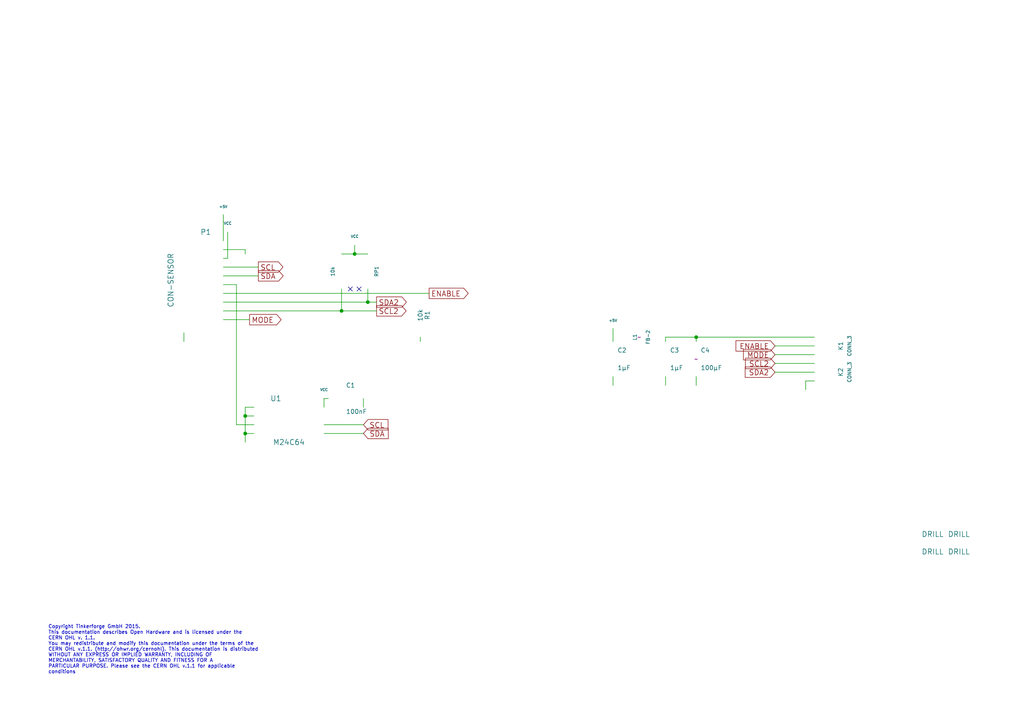
<source format=kicad_sch>
(kicad_sch (version 20230121) (generator eeschema)
  (paper "A4")
  (title_block (title "Laser Range Finder Bricklet") (date "20 Mär 2015") (rev "1.0") (company "Tinkerforge GmbH") (comment 1 "Licensed under CERN OHL v.1.1") (comment 2 "Copyright (©) 2015, B.Nordmeyer <bastian@tinkerforge.com>"))
  (lib_symbols)
  (junction (at 99.06 90.17))
  (junction (at 71.12 120.65))
  (junction (at 102.87 73.66))
  (junction (at 201.93 97.79))
  (junction (at 71.12 125.73))
  (junction (at 106.68 87.63))
  (no_connect (at 104.14 83.82))
  (no_connect (at 101.6 83.82))
  (wire (pts (xy 201.93 97.79) (xy 201.93 99.06)))
  (wire (pts (xy 102.87 71.12) (xy 102.87 73.66)))
  (wire (pts (xy 93.98 115.57) (xy 93.98 118.11)))
  (wire (pts (xy 99.06 83.82) (xy 99.06 90.17)))
  (wire (pts (xy 74.93 80.01) (xy 64.77 80.01)))
  (wire (pts (xy 64.77 74.93) (xy 66.04 74.93)))
  (wire (pts (xy 224.79 100.33) (xy 236.22 100.33)))
  (wire (pts (xy 71.12 73.66) (xy 71.12 72.39)))
  (wire (pts (xy 71.12 125.73) (xy 71.12 128.27)))
  (wire (pts (xy 71.12 118.11) (xy 71.12 120.65)))
  (wire (pts (xy 99.06 73.66) (xy 102.87 73.66)))
  (wire (pts (xy 105.41 118.11) (xy 105.41 115.57)))
  (wire (pts (xy 201.93 97.79) (xy 236.22 97.79)))
  (wire (pts (xy 236.22 105.41) (xy 224.79 105.41)))
  (wire (pts (xy 64.77 90.17) (xy 99.06 90.17)))
  (wire (pts (xy 71.12 120.65) (xy 73.66 120.65)))
  (wire (pts (xy 224.79 107.95) (xy 236.22 107.95)))
  (wire (pts (xy 93.98 125.73) (xy 105.41 125.73)))
  (wire (pts (xy 193.04 99.06) (xy 193.04 97.79)))
  (wire (pts (xy 53.34 99.06) (xy 53.34 96.52)))
  (wire (pts (xy 193.04 97.79) (xy 201.93 97.79)))
  (wire (pts (xy 64.77 87.63) (xy 106.68 87.63)))
  (wire (pts (xy 68.58 123.19) (xy 73.66 123.19)))
  (wire (pts (xy 68.58 123.19) (xy 68.58 82.55)))
  (wire (pts (xy 177.8 111.76) (xy 177.8 109.22)))
  (wire (pts (xy 193.04 111.76) (xy 193.04 109.22)))
  (wire (pts (xy 236.22 110.49) (xy 233.68 110.49)))
  (wire (pts (xy 233.68 110.49) (xy 233.68 113.03)))
  (wire (pts (xy 66.04 74.93) (xy 66.04 67.31)))
  (wire (pts (xy 64.77 92.71) (xy 72.39 92.71)))
  (wire (pts (xy 201.93 111.76) (xy 201.93 109.22)))
  (wire (pts (xy 106.68 83.82) (xy 106.68 87.63)))
  (wire (pts (xy 224.79 102.87) (xy 236.22 102.87)))
  (wire (pts (xy 68.58 82.55) (xy 64.77 82.55)))
  (wire (pts (xy 64.77 77.47) (xy 74.93 77.47)))
  (wire (pts (xy 64.77 85.09) (xy 124.46 85.09)))
  (wire (pts (xy 121.92 99.06) (xy 121.92 97.79)))
  (wire (pts (xy 71.12 120.65) (xy 71.12 125.73)))
  (wire (pts (xy 71.12 72.39) (xy 64.77 72.39)))
  (wire (pts (xy 102.87 73.66) (xy 106.68 73.66)))
  (wire (pts (xy 99.06 90.17) (xy 109.22 90.17)))
  (wire (pts (xy 106.68 87.63) (xy 109.22 87.63)))
  (wire (pts (xy 64.77 69.85) (xy 64.77 62.23)))
  (wire (pts (xy 95.25 115.57) (xy 93.98 115.57)))
  (wire (pts (xy 73.66 118.11) (xy 71.12 118.11)))
  (wire (pts (xy 93.98 123.19) (xy 105.41 123.19)))
  (wire (pts (xy 73.66 125.73) (xy 71.12 125.73)))
  (wire (pts (xy 177.8 95.25) (xy 177.8 99.06)))
  (text "Copyright Tinkerforge GmbH 2015.\nThis documentation describes Open Hardware and is licensed under the\nCERN OHL v. 1.1.\nYou may redistribute and modify this documentation under the terms of the\nCERN OHL v.1.1. (http://ohwr.org/cernohl). This documentation is distributed\nWITHOUT ANY EXPRESS OR IMPLIED WARRANTY, INCLUDING OF\nMERCHANTABILITY, SATISFACTORY QUALITY AND FITNESS FOR A\nPARTICULAR PURPOSE. Please see the CERN OHL v.1.1 for applicable\nconditions\n" (at 13.97 195.58 0) (effects (font (size 1.016 1.016)) (justify left bottom)))
  (global_label "SDA2" (shape output) (at 109.22 87.63 0) (effects (font (size 1.524 1.524))) (property "Intersheetrefs" "${INTERSHEET_REFS}" (effects hide)))
  (global_label "MODE" (shape input) (at 224.79 102.87 180) (effects (font (size 1.524 1.524))) (property "Intersheetrefs" "${INTERSHEET_REFS}" (effects hide)))
  (global_label "SCL" (shape input) (at 105.41 123.19 0) (effects (font (size 1.524 1.524))) (property "Intersheetrefs" "${INTERSHEET_REFS}" (effects hide)))
  (global_label "SCL" (shape output) (at 74.93 77.47 0) (effects (font (size 1.524 1.524))) (property "Intersheetrefs" "${INTERSHEET_REFS}" (effects hide)))
  (global_label "SDA" (shape output) (at 74.93 80.01 0) (effects (font (size 1.524 1.524))) (property "Intersheetrefs" "${INTERSHEET_REFS}" (effects hide)))
  (global_label "SCL2" (shape input) (at 224.79 105.41 180) (effects (font (size 1.524 1.524))) (property "Intersheetrefs" "${INTERSHEET_REFS}" (effects hide)))
  (global_label "ENABLE" (shape output) (at 124.46 85.09 0) (effects (font (size 1.524 1.524))) (property "Intersheetrefs" "${INTERSHEET_REFS}" (effects hide)))
  (global_label "MODE" (shape output) (at 72.39 92.71 0) (effects (font (size 1.524 1.524))) (property "Intersheetrefs" "${INTERSHEET_REFS}" (effects hide)))
  (global_label "SDA" (shape input) (at 105.41 125.73 0) (effects (font (size 1.524 1.524))) (property "Intersheetrefs" "${INTERSHEET_REFS}" (effects hide)))
  (global_label "ENABLE" (shape input) (at 224.79 100.33 180) (effects (font (size 1.524 1.524))) (property "Intersheetrefs" "${INTERSHEET_REFS}" (effects hide)))
  (global_label "SCL2" (shape output) (at 109.22 90.17 0) (effects (font (size 1.524 1.524))) (property "Intersheetrefs" "${INTERSHEET_REFS}" (effects hide)))
  (global_label "SDA2" (shape input) (at 224.79 107.95 180) (effects (font (size 1.524 1.524))) (property "Intersheetrefs" "${INTERSHEET_REFS}" (effects hide)))
  (symbol (lib_id "CON-SENSOR") (at 53.34 81.28 0) (mirror y) (unit 1)
    (property "Reference" "P1" (at 59.69 67.31 0) (effects (font (size 1.524 1.524))))
    (property "Value" "CON-SENSOR" (at 49.53 81.28 90) (effects (font (size 1.524 1.524))))
    (property "Footprint" "kicad-libraries:CON-SENSOR" (effects hide))
  )
  (symbol (lib_id "GND") (at 53.34 99.06 0) (unit 1)
    (property "Reference" "#PWR06" (effects hide))
    (property "Value" "GND" (effects hide))
  )
  (symbol (lib_id "GND") (at 71.12 73.66 0) (unit 1)
    (property "Reference" "#PWR05" (effects hide))
    (property "Value" "GND" (effects hide))
  )
  (symbol (lib_id "VCC") (at 66.04 67.31 0) (unit 1)
    (property "Reference" "#PWR04" (effects hide))
    (property "Value" "VCC" (at 66.04 64.77 0) (effects (font (size 0.762 0.762))))
  )
  (symbol (lib_id "CAT24C") (at 83.82 128.27 0) (unit 1)
    (property "Reference" "U1" (at 80.01 115.57 0) (effects (font (size 1.524 1.524))))
    (property "Value" "M24C64" (at 83.82 128.27 0) (effects (font (size 1.524 1.524))))
    (property "Footprint" "kicad-libraries:SOIC8" (effects hide))
  )
  (symbol (lib_id "GND") (at 71.12 128.27 0) (unit 1)
    (property "Reference" "#PWR03" (effects hide))
    (property "Value" "GND" (effects hide))
  )
  (symbol (lib_id "VCC") (at 93.98 115.57 0) (unit 1)
    (property "Reference" "#PWR02" (effects hide))
    (property "Value" "VCC" (at 93.98 113.03 0) (effects (font (size 0.762 0.762))))
  )
  (symbol (lib_id "C") (at 177.8 104.14 0) (unit 1)
    (property "Reference" "C2" (at 179.07 101.6 0) (effects (justify left)))
    (property "Value" "1µF" (at 179.07 106.68 0) (effects (justify left)))
    (property "Footprint" "kicad-libraries:C0603" (effects hide))
  )
  (symbol (lib_id "DRILL") (at 278.13 154.94 0) (unit 1)
    (property "Reference" "U4" (effects hide))
    (property "Value" "DRILL" (at 278.13 154.94 0) (effects (font (size 1.524 1.524))))
    (property "Footprint" "tinkerforge:DRILL_NP" (effects hide))
  )
  (symbol (lib_id "DRILL") (at 278.13 160.02 0) (unit 1)
    (property "Reference" "U5" (effects hide))
    (property "Value" "DRILL" (at 278.13 160.02 0) (effects (font (size 1.524 1.524))))
    (property "Footprint" "tinkerforge:DRILL_NP" (effects hide))
  )
  (symbol (lib_id "DRILL") (at 270.51 154.94 0) (unit 1)
    (property "Reference" "U2" (effects hide))
    (property "Value" "DRILL" (at 270.51 154.94 0) (effects (font (size 1.524 1.524))))
    (property "Footprint" "tinkerforge:DRILL_NP" (effects hide))
  )
  (symbol (lib_id "DRILL") (at 270.51 160.02 0) (unit 1)
    (property "Reference" "U3" (effects hide))
    (property "Value" "DRILL" (at 270.51 160.02 0) (effects (font (size 1.524 1.524))))
    (property "Footprint" "tinkerforge:DRILL_NP" (effects hide))
  )
  (symbol (lib_id "C") (at 100.33 115.57 270) (unit 1)
    (property "Reference" "C1" (at 100.33 111.76 90) (effects (justify left)))
    (property "Value" "100nF" (at 100.33 119.38 90) (effects (justify left)))
    (property "Footprint" "kicad-libraries:C0603" (effects hide))
  )
  (symbol (lib_id "GND") (at 105.41 118.11 0) (unit 1)
    (property "Reference" "#PWR01" (effects hide))
    (property "Value" "GND" (effects hide))
  )
  (symbol (lib_id "GND") (at 177.8 111.76 0) (unit 1)
    (property "Reference" "#PWR07" (effects hide))
    (property "Value" "GND" (effects hide))
  )
  (symbol (lib_id "C") (at 193.04 104.14 0) (unit 1)
    (property "Reference" "C3" (at 194.31 101.6 0) (effects (justify left)))
    (property "Value" "1µF" (at 194.31 106.68 0) (effects (justify left)))
    (property "Footprint" "kicad-libraries:C0603" (effects hide))
  )
  (symbol (lib_id "GND") (at 193.04 111.76 0) (unit 1)
    (property "Reference" "#PWR08" (effects hide))
    (property "Value" "GND" (effects hide))
  )
  (symbol (lib_id "INDUCTOR") (at 185.42 97.79 0) (unit 1)
    (property "Reference" "L1" (at 184.15 97.79 90) (effects (font (size 1.016 1.016))))
    (property "Value" "FB-2" (at 187.96 97.79 90) (effects (font (size 1.016 1.016))))
    (property "Footprint" "kicad-libraries:C0603" (effects hide))
    (property "Datasheet" "~" (at 185.42 97.79 0) (effects (font (size 1.524 1.524))))
  )
  (symbol (lib_id "+5V") (at 64.77 62.23 0) (unit 1)
    (property "Reference" "#PWR09" (effects hide))
    (property "Value" "+5V" (at 64.77 59.944 0) (effects (font (size 0.762 0.762))))
  )
  (symbol (lib_id "+5V") (at 177.8 95.25 0) (unit 1)
    (property "Reference" "#PWR010" (effects hide))
    (property "Value" "+5V" (at 177.8 92.964 0) (effects (font (size 0.762 0.762))))
  )
  (symbol (lib_id "CP1") (at 201.93 104.14 0) (unit 1)
    (property "Reference" "C4" (at 203.2 101.6 0) (effects (justify left)))
    (property "Value" "100µF" (at 203.2 106.68 0) (effects (justify left)))
    (property "Footprint" "kicad-libraries:3528-21" (effects hide))
    (property "Datasheet" "~" (at 201.93 104.14 0) (effects (font (size 1.524 1.524))))
  )
  (symbol (lib_id "GND") (at 201.93 111.76 0) (unit 1)
    (property "Reference" "#PWR011" (effects hide))
    (property "Value" "GND" (effects hide))
  )
  (symbol (lib_id "GND") (at 233.68 113.03 0) (unit 1)
    (property "Reference" "#PWR012" (effects hide))
    (property "Value" "GND" (effects hide))
  )
  (symbol (lib_id "R") (at 121.92 91.44 0) (unit 1)
    (property "Reference" "R1" (at 123.952 91.44 90))
    (property "Value" "10k" (at 121.92 91.44 90))
    (property "Footprint" "kicad-libraries:R0603" (effects hide))
  )
  (symbol (lib_id "GND") (at 121.92 99.06 0) (unit 1)
    (property "Reference" "#PWR013" (effects hide))
    (property "Value" "GND" (effects hide))
  )
  (symbol (lib_id "R_PACK4") (at 97.79 78.74 270) (mirror x) (unit 1)
    (property "Reference" "RP1" (at 109.22 78.74 0) (effects (font (size 1.016 1.016))))
    (property "Value" "10k" (at 96.52 78.74 0) (effects (font (size 1.016 1.016))))
    (property "Footprint" "kicad-libraries:0603X4" (effects hide))
  )
  (symbol (lib_id "VCC") (at 102.87 71.12 0) (unit 1)
    (property "Reference" "#PWR014" (effects hide))
    (property "Value" "VCC" (at 102.87 68.58 0) (effects (font (size 0.762 0.762))))
  )
  (symbol (lib_id "CONN_3") (at 245.11 107.95 0) (unit 1)
    (property "Reference" "K2" (at 243.84 107.95 90))
    (property "Value" "CONN_3" (at 246.38 107.95 90) (effects (font (size 1.016 1.016))))
    (property "Footprint" "kicad-libraries:9175-003" (effects hide))
  )
  (symbol (lib_id "CONN_3") (at 245.11 100.33 0) (unit 1)
    (property "Reference" "K1" (at 243.84 100.33 90))
    (property "Value" "CONN_3" (at 246.38 100.33 90) (effects (font (size 1.016 1.016))))
    (property "Footprint" "kicad-libraries:9175-003" (effects hide))
  )
)
</source>
